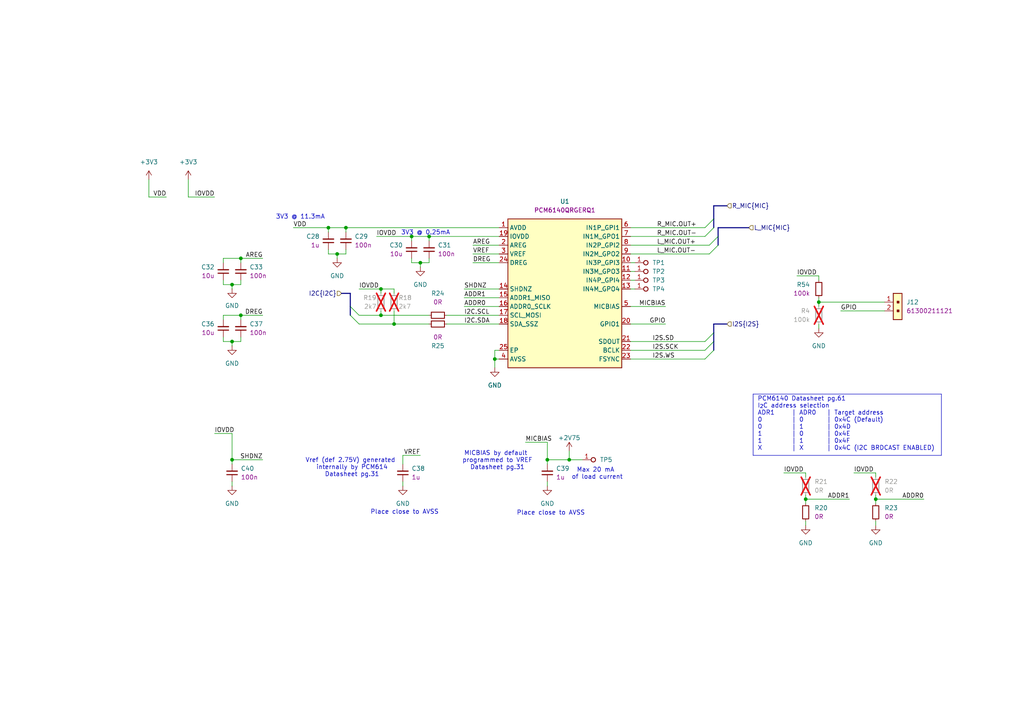
<source format=kicad_sch>
(kicad_sch (version 20231120) (generator "eeschema") (generator_version "8.0")
  (paper "A4")
  (title_block (title "audio-latency-processing-board") (date "2025-01-07") (rev "1.0.0"))
  (lib_symbols
    (symbol "antmicroCapacitors0402:C_100n_0402" (pin_numbers hide) (pin_names hide)
      (property "Reference" "C" (at 20.32 -5.08 0))
      (property "Val" "100n" (at 20.32 -7.62 0))
      (symbol "C_100n_0402_0_1"
        (polyline (pts (xy 2.032 -1.524) (xy 2.032 1.524)) (stroke (width 0.3048)))
        (polyline (pts (xy 3.048 -1.524) (xy 3.048 1.524)) (stroke (width 0.3302)))
      )
      (symbol "C_100n_0402_1_1"
        (pin passive line (at 0 0 0) (length 2.032) (name "~") (number "1"))
        (pin passive line (at 5.08 0 180) (length 2.032) (name "~") (number "2"))
      )
    )
    (symbol "antmicroCapacitors0402:C_10u_10V_0402" (pin_numbers hide) (pin_names hide)
      (property "Reference" "C" (at 20.32 -5.08 0))
      (property "Val" "10u" (at 20.32 -7.62 0))
      (symbol "C_10u_10V_0402_0_1"
        (polyline (pts (xy 2.032 -1.524) (xy 2.032 1.524)) (stroke (width 0.3048)))
        (polyline (pts (xy 3.048 -1.524) (xy 3.048 1.524)) (stroke (width 0.3302)))
      )
      (symbol "C_10u_10V_0402_1_1"
        (pin passive line (at 0 0 0) (length 2.032) (name "~") (number "1"))
        (pin passive line (at 5.08 0 180) (length 2.032) (name "~") (number "2"))
      )
    )
    (symbol "antmicroCapacitors0402:C_1u_0402" (pin_numbers hide) (pin_names hide)
      (property "Reference" "C" (at 20.32 -5.08 0))
      (property "Val" "1u" (at 20.32 -7.62 0))
      (symbol "C_1u_0402_0_1"
        (polyline (pts (xy 2.032 -1.524) (xy 2.032 1.524)) (stroke (width 0.3048)))
        (polyline (pts (xy 3.048 -1.524) (xy 3.048 1.524)) (stroke (width 0.3302)))
      )
      (symbol "C_1u_0402_1_1"
        (pin passive line (at 0 0 0) (length 2.032) (name "~") (number "1"))
        (pin passive line (at 5.08 0 180) (length 2.032) (name "~") (number "2"))
      )
    )
    (symbol "antmicroDataAcquisitionAnalogtoDigitalConvertersADC:PCM6140-Q1"
      (property "Reference" "U" (at 53.34 -2.54 0))
      (property "MPN" "PCM6140QRGERQ1" (at 53.34 -5.08 0))
      (symbol "PCM6140-Q1_1_1"
        (rectangle (start 2.54 2.54) (end 35.56 -40.64) (stroke (width 0.254)) (fill (type background)))
        (pin power_in line (at 0 0 0) (length 2.54) (name "AVDD") (number "1"))
        (pin bidirectional line (at 38.1 -10.16 180) (length 2.54) (name "IN3P_GPI3") (number "10"))
        (pin bidirectional line (at 38.1 -12.7 180) (length 2.54) (name "IN3M_GPO3") (number "11"))
        (pin bidirectional line (at 38.1 -15.24 180) (length 2.54) (name "IN4P_GPI4") (number "12"))
        (pin bidirectional line (at 38.1 -17.78 180) (length 2.54) (name "IN4M_GPO4") (number "13"))
        (pin input line (at 0 -17.78 0) (length 2.54) (name "SHDNZ") (number "14"))
        (pin bidirectional line (at 0 -20.32 0) (length 2.54) (name "ADDR1_MISO") (number "15"))
        (pin input line (at 0 -22.86 0) (length 2.54) (name "ADDR0_SCLK") (number "16"))
        (pin input line (at 0 -25.4 0) (length 2.54) (name "SCL_MOSI") (number "17"))
        (pin bidirectional line (at 0 -27.94 0) (length 2.54) (name "SDA_SSZ") (number "18"))
        (pin power_in line (at 0 -2.54 0) (length 2.54) (name "IOVDD") (number "19"))
        (pin power_in line (at 0 -5.08 0) (length 2.54) (name "AREG") (number "2"))
        (pin bidirectional line (at 38.1 -27.94 180) (length 2.54) (name "GPIO1") (number "20"))
        (pin output line (at 38.1 -33.02 180) (length 2.54) (name "SDOUT") (number "21"))
        (pin bidirectional line (at 38.1 -35.56 180) (length 2.54) (name "BCLK") (number "22"))
        (pin bidirectional line (at 38.1 -38.1 180) (length 2.54) (name "FSYNC") (number "23"))
        (pin power_out line (at 0 -10.16 0) (length 2.54) (name "DREG") (number "24"))
        (pin power_in line (at 0 -35.56 0) (length 2.54) (name "EP") (number "25"))
        (pin power_out line (at 0 -7.62 0) (length 2.54) (name "VREF") (number "3"))
        (pin power_in line (at 0 -38.1 0) (length 2.54) (name "AVSS") (number "4"))
        (pin output line (at 38.1 -22.86 180) (length 2.54) (name "MICBIAS") (number "5"))
        (pin bidirectional line (at 38.1 0 180) (length 2.54) (name "IN1P_GPI1") (number "6"))
        (pin bidirectional line (at 38.1 -2.54 180) (length 2.54) (name "IN1M_GPO1") (number "7"))
        (pin bidirectional line (at 38.1 -5.08 180) (length 2.54) (name "IN2P_GPI2") (number "8"))
        (pin bidirectional line (at 38.1 -7.62 180) (length 2.54) (name "IN2M_GPO2") (number "9"))
        (pin passive line (at 0 -38.1 0) (length 2.54) hide (name "AVSS") (number "A1"))
        (pin passive line (at 0 -38.1 0) (length 2.54) hide (name "AVSS") (number "A2"))
        (pin passive line (at 0 -38.1 0) (length 2.54) hide (name "AVSS") (number "A3"))
        (pin passive line (at 0 -38.1 0) (length 2.54) hide (name "AVSS") (number "A4"))
      )
    )
    (symbol "antmicroGenericPinHeaders:PinHeader_1x2_P2.54mm_Drill1.1mm"
      (property "Reference" "J" (at 20.32 -5.08 0))
      (property "MPN" "61300211121" (at 20.32 -15.24 0))
      (symbol "PinHeader_1x2_P2.54mm_Drill1.1mm_1_1"
        (rectangle (start 2.54 2.54) (end 5.08 -5.08) (stroke (width 0.254)) (fill (type background)))
        (rectangle (start 3.683 -2.794) (end 4.191 -2.286) (stroke (width 0.254)) (fill (type outline)))
        (rectangle (start 3.683 -0.254) (end 4.191 0.254) (stroke (width 0.254)) (fill (type outline)))
        (pin passive line (at 0 0 0) (length 2.54) (name "~") (number "1"))
        (pin passive line (at 0 -2.54 0) (length 2.54) (name "~") (number "2"))
      )
    )
    (symbol "antmicroResistors0402:R_0R_0402" (pin_numbers hide) (pin_names hide)
      (property "Reference" "R" (at 20.32 -5.08 0))
      (property "Val" "0R" (at 20.32 -7.62 0))
      (symbol "R_0R_0402_0_1"
        (rectangle (start 0.635 0.889) (end 4.445 -0.889) (stroke (width 0.254)))
      )
      (symbol "R_0R_0402_1_1"
        (pin passive line (at 0 0 0) (length 0.635) (name "~") (number "1"))
        (pin passive line (at 5.08 0 180) (length 0.635) (name "~") (number "2"))
      )
    )
    (symbol "antmicroResistors0402:R_100k_0402" (pin_numbers hide) (pin_names hide)
      (property "Reference" "R" (at 20.32 -5.08 0))
      (property "Val" "100k" (at 20.32 -7.62 0))
      (symbol "R_100k_0402_0_1"
        (rectangle (start 0.635 0.889) (end 4.445 -0.889) (stroke (width 0.254)))
      )
      (symbol "R_100k_0402_1_1"
        (pin passive line (at 0 0 0) (length 0.635) (name "~") (number "1"))
        (pin passive line (at 5.08 0 180) (length 0.635) (name "~") (number "2"))
      )
    )
    (symbol "antmicroResistors0402:R_2k7_0402" (pin_numbers hide) (pin_names hide)
      (property "Reference" "R" (at 20.32 -5.08 0))
      (property "Val" "2k7" (at 20.32 -7.62 0))
      (symbol "R_2k7_0402_0_1"
        (rectangle (start 0.635 0.889) (end 4.445 -0.889) (stroke (width 0.254)))
      )
      (symbol "R_2k7_0402_1_1"
        (pin passive line (at 0 0 0) (length 0.635) (name "~") (number "1"))
        (pin passive line (at 5.08 0 180) (length 0.635) (name "~") (number "2"))
      )
    )
    (symbol "antmicroTestPoints:TP_1.5mm_SMD" (pin_names hide) (in_bom no)
      (property "Reference" "TP" (at 15.24 -5.08 0))
      (symbol "TP_1.5mm_SMD_1_1"
        (circle (center 3.175 0) (radius 0.635) (stroke (width 0.254)))
        (pin passive line (at 0 0 0) (length 2.54) (name "1") (number "1"))
      )
    )
    (symbol "antmicropower:+2V75" (power) (pin_names (offset 0))
      (property "Value" "+2V75" (at 0 3.556 0))
      (symbol "+2V75_0_1"
        (polyline (pts (xy -0.762 1.27) (xy 0 2.54)))
        (polyline (pts (xy 0 0) (xy 0 2.54)))
        (polyline (pts (xy 0 2.54) (xy 0.762 1.27)))
      )
      (symbol "+2V75_1_1"
        (pin power_in line (at 0 0 90) (length 0) hide (name "+2V75") (number "1"))
      )
    )
    (symbol "antmicropower:+3V3" (power) (pin_numbers hide) (pin_names hide)
      (property "Value" "+3V3" (at -3.175 2.54 0))
      (symbol "+3V3_0_1"
        (polyline (pts (xy 0 0) (xy 0 2.54)))
        (polyline (pts (xy 0 2.54) (xy -0.762 1.27)))
        (polyline (pts (xy 0 2.54) (xy 0.762 1.27)))
      )
      (symbol "+3V3_1_1"
        (pin power_in line (at 0 0 90) (length 0) hide (name "+3V3") (number "1"))
      )
    )
    (symbol "antmicropower:GND" (power) (pin_numbers hide) (pin_names hide)
      (property "Value" "GND" (at 8.89 -5.08 0))
      (symbol "GND_1_1"
        (polyline (pts (xy 0 0) (xy 0 -1.27) (xy 1.27 -1.27) (xy 0 -2.54) (xy -1.27 -1.27) (xy 0 -1.27)))
        (pin power_in line (at 0 0 270) (length 0) (name "GND") (number "1"))
      )
    )
  )
  (bus_alias "I2C" (members "SDA" "SCL"))
  (junction (at 67.31 82.55))
  (junction (at 97.79 73.66))
  (junction (at 121.92 76.2))
  (junction (at 67.31 99.06))
  (junction (at 143.51 104.14))
  (junction (at 114.3 93.98))
  (junction (at 124.46 68.58))
  (junction (at 69.85 74.93))
  (junction (at 110.49 91.44))
  (junction (at 67.31 133.35))
  (junction (at 69.85 91.44))
  (junction (at 233.68 144.78))
  (junction (at 254 144.78))
  (junction (at 100.33 66.04))
  (junction (at 237.49 87.63))
  (junction (at 119.38 68.58))
  (junction (at 95.25 66.04))
  (junction (at 110.49 83.82))
  (junction (at 165.1 133.35))
  (junction (at 158.75 133.35))
  (bus_entry (at 207.01 66.04) (size -2.54 2.54))
  (bus_entry (at 207.01 101.6) (size -2.54 2.54))
  (bus_entry (at 208.28 68.58) (size -2.54 2.54))
  (bus_entry (at 207.01 96.52) (size -2.54 2.54))
  (bus_entry (at 207.01 99.06) (size -2.54 2.54))
  (bus_entry (at 208.28 71.12) (size -2.54 2.54))
  (bus_entry (at 101.6 88.9) (size 2.54 2.54))
  (bus_entry (at 207.01 63.5) (size -2.54 2.54))
  (bus_entry (at 101.6 91.44) (size 2.54 2.54))
  (wire (pts (xy 104.14 91.44) (xy 110.49 91.44)))
  (wire (pts (xy 69.85 74.93) (xy 69.85 76.2)))
  (wire (pts (xy 144.78 101.6) (xy 143.51 101.6)))
  (wire (pts (xy 182.88 71.12) (xy 205.74 71.12)))
  (wire (pts (xy 95.25 73.66) (xy 97.79 73.66)))
  (wire (pts (xy 67.31 125.73) (xy 67.31 133.35)))
  (wire (pts (xy 134.62 86.36) (xy 144.78 86.36)))
  (wire (pts (xy 100.33 72.39) (xy 100.33 73.66)))
  (wire (pts (xy 69.85 91.44) (xy 64.77 91.44)))
  (bus (pts (xy 207.01 99.06) (xy 207.01 101.6)))
  (wire (pts (xy 124.46 74.93) (xy 124.46 76.2)))
  (wire (pts (xy 54.61 57.15) (xy 62.23 57.15)))
  (wire (pts (xy 237.49 80.01) (xy 237.49 81.28)))
  (bus (pts (xy 207.01 93.98) (xy 207.01 96.52)))
  (wire (pts (xy 67.31 82.55) (xy 69.85 82.55)))
  (wire (pts (xy 67.31 133.35) (xy 67.31 134.62)))
  (bus (pts (xy 217.17 66.04) (xy 208.28 66.04)))
  (wire (pts (xy 137.16 76.2) (xy 144.78 76.2)))
  (wire (pts (xy 69.85 97.79) (xy 69.85 99.06)))
  (wire (pts (xy 119.38 68.58) (xy 124.46 68.58)))
  (wire (pts (xy 110.49 83.82) (xy 110.49 85.09)))
  (wire (pts (xy 233.68 144.78) (xy 246.38 144.78)))
  (wire (pts (xy 129.54 91.44) (xy 144.78 91.44)))
  (wire (pts (xy 182.88 68.58) (xy 204.47 68.58)))
  (wire (pts (xy 158.75 133.35) (xy 165.1 133.35)))
  (wire (pts (xy 110.49 83.82) (xy 114.3 83.82)))
  (wire (pts (xy 114.3 90.17) (xy 114.3 93.98)))
  (wire (pts (xy 95.25 66.04) (xy 95.25 67.31)))
  (wire (pts (xy 247.65 137.16) (xy 254 137.16)))
  (wire (pts (xy 231.14 80.01) (xy 237.49 80.01)))
  (wire (pts (xy 67.31 100.33) (xy 67.31 99.06)))
  (wire (pts (xy 254 146.05) (xy 254 144.78)))
  (wire (pts (xy 165.1 130.81) (xy 165.1 133.35)))
  (wire (pts (xy 182.88 101.6) (xy 204.47 101.6)))
  (wire (pts (xy 237.49 87.63) (xy 256.54 87.63)))
  (wire (pts (xy 182.88 78.74) (xy 184.15 78.74)))
  (wire (pts (xy 62.23 125.73) (xy 67.31 125.73)))
  (wire (pts (xy 233.68 143.51) (xy 233.68 144.78)))
  (wire (pts (xy 182.88 83.82) (xy 184.15 83.82)))
  (polyline (pts (xy 218.44 114.3) (xy 218.44 132.08)))
  (wire (pts (xy 165.1 133.35) (xy 168.91 133.35)))
  (wire (pts (xy 43.18 57.15) (xy 48.26 57.15)))
  (wire (pts (xy 64.77 74.93) (xy 64.77 76.2)))
  (wire (pts (xy 182.88 99.06) (xy 204.47 99.06)))
  (bus (pts (xy 208.28 68.58) (xy 208.28 71.12)))
  (wire (pts (xy 158.75 133.35) (xy 158.75 134.62)))
  (wire (pts (xy 182.88 73.66) (xy 205.74 73.66)))
  (wire (pts (xy 182.88 81.28) (xy 184.15 81.28)))
  (wire (pts (xy 116.84 132.08) (xy 121.92 132.08)))
  (wire (pts (xy 109.22 68.58) (xy 119.38 68.58)))
  (wire (pts (xy 124.46 68.58) (xy 144.78 68.58)))
  (wire (pts (xy 64.77 99.06) (xy 67.31 99.06)))
  (wire (pts (xy 97.79 74.93) (xy 97.79 73.66)))
  (wire (pts (xy 104.14 93.98) (xy 114.3 93.98)))
  (wire (pts (xy 137.16 71.12) (xy 144.78 71.12)))
  (wire (pts (xy 100.33 66.04) (xy 100.33 67.31)))
  (wire (pts (xy 43.18 52.07) (xy 43.18 57.15)))
  (wire (pts (xy 95.25 66.04) (xy 100.33 66.04)))
  (wire (pts (xy 69.85 81.28) (xy 69.85 82.55)))
  (wire (pts (xy 143.51 106.68) (xy 143.51 104.14)))
  (wire (pts (xy 233.68 137.16) (xy 233.68 138.43)))
  (bus (pts (xy 207.01 96.52) (xy 207.01 99.06)))
  (wire (pts (xy 67.31 83.82) (xy 67.31 82.55)))
  (wire (pts (xy 85.09 66.04) (xy 95.25 66.04)))
  (wire (pts (xy 143.51 101.6) (xy 143.51 104.14)))
  (wire (pts (xy 182.88 66.04) (xy 204.47 66.04)))
  (wire (pts (xy 64.77 97.79) (xy 64.77 99.06)))
  (wire (pts (xy 237.49 93.98) (xy 237.49 95.25)))
  (wire (pts (xy 97.79 73.66) (xy 100.33 73.66)))
  (wire (pts (xy 182.88 76.2) (xy 184.15 76.2)))
  (wire (pts (xy 254 137.16) (xy 254 138.43)))
  (wire (pts (xy 69.85 91.44) (xy 76.2 91.44)))
  (wire (pts (xy 182.88 93.98) (xy 193.04 93.98)))
  (wire (pts (xy 182.88 104.14) (xy 204.47 104.14)))
  (wire (pts (xy 233.68 146.05) (xy 233.68 144.78)))
  (wire (pts (xy 116.84 134.62) (xy 116.84 132.08)))
  (wire (pts (xy 134.62 88.9) (xy 144.78 88.9)))
  (wire (pts (xy 64.77 81.28) (xy 64.77 82.55)))
  (wire (pts (xy 254 144.78) (xy 267.97 144.78)))
  (polyline (pts (xy 218.44 114.3) (xy 273.05 114.3)))
  (wire (pts (xy 237.49 86.36) (xy 237.49 87.63)))
  (wire (pts (xy 119.38 68.58) (xy 119.38 69.85)))
  (wire (pts (xy 64.77 82.55) (xy 67.31 82.55)))
  (wire (pts (xy 254 151.13) (xy 254 152.4)))
  (wire (pts (xy 114.3 93.98) (xy 124.46 93.98)))
  (wire (pts (xy 129.54 93.98) (xy 144.78 93.98)))
  (bus (pts (xy 207.01 59.69) (xy 207.01 63.5)))
  (bus (pts (xy 210.82 93.98) (xy 207.01 93.98)))
  (wire (pts (xy 69.85 91.44) (xy 69.85 92.71)))
  (wire (pts (xy 110.49 91.44) (xy 124.46 91.44)))
  (bus (pts (xy 101.6 88.9) (xy 101.6 91.44)))
  (bus (pts (xy 101.6 85.09) (xy 101.6 88.9)))
  (wire (pts (xy 158.75 139.7) (xy 158.75 140.97)))
  (wire (pts (xy 67.31 139.7) (xy 67.31 140.97)))
  (wire (pts (xy 121.92 76.2) (xy 124.46 76.2)))
  (wire (pts (xy 233.68 151.13) (xy 233.68 152.4)))
  (wire (pts (xy 254 143.51) (xy 254 144.78)))
  (wire (pts (xy 134.62 83.82) (xy 144.78 83.82)))
  (bus (pts (xy 99.06 85.09) (xy 101.6 85.09)))
  (bus (pts (xy 208.28 66.04) (xy 208.28 68.58)))
  (wire (pts (xy 121.92 77.47) (xy 121.92 76.2)))
  (wire (pts (xy 67.31 99.06) (xy 69.85 99.06)))
  (wire (pts (xy 143.51 104.14) (xy 144.78 104.14)))
  (wire (pts (xy 76.2 133.35) (xy 67.31 133.35)))
  (bus (pts (xy 207.01 63.5) (xy 207.01 66.04)))
  (wire (pts (xy 119.38 74.93) (xy 119.38 76.2)))
  (polyline (pts (xy 273.05 114.3) (xy 273.05 132.08)))
  (wire (pts (xy 119.38 76.2) (xy 121.92 76.2)))
  (polyline (pts (xy 218.44 132.08) (xy 273.05 132.08)))
  (wire (pts (xy 69.85 74.93) (xy 76.2 74.93)))
  (wire (pts (xy 137.16 73.66) (xy 144.78 73.66)))
  (wire (pts (xy 182.88 88.9) (xy 193.04 88.9)))
  (wire (pts (xy 69.85 74.93) (xy 64.77 74.93)))
  (wire (pts (xy 54.61 52.07) (xy 54.61 57.15)))
  (wire (pts (xy 158.75 128.27) (xy 158.75 133.35)))
  (bus (pts (xy 210.82 59.69) (xy 207.01 59.69)))
  (wire (pts (xy 124.46 68.58) (xy 124.46 69.85)))
  (wire (pts (xy 104.14 83.82) (xy 110.49 83.82)))
  (wire (pts (xy 152.4 128.27) (xy 158.75 128.27)))
  (wire (pts (xy 114.3 83.82) (xy 114.3 85.09)))
  (wire (pts (xy 237.49 88.9) (xy 237.49 87.63)))
  (wire (pts (xy 95.25 72.39) (xy 95.25 73.66)))
  (wire (pts (xy 243.84 90.17) (xy 256.54 90.17)))
  (wire (pts (xy 64.77 91.44) (xy 64.77 92.71)))
  (wire (pts (xy 110.49 90.17) (xy 110.49 91.44)))
  (wire (pts (xy 116.84 139.7) (xy 116.84 140.97)))
  (wire (pts (xy 100.33 66.04) (xy 144.78 66.04)))
  (wire (pts (xy 227.33 137.16) (xy 233.68 137.16)))
  (text "3V3 @ 0.25mA" (at 123.444 67.564 0) (effects (font (size 1.27 1.27))))
  (text "3V3 @ 11.3mA" (at 87.122 62.992 0) (effects (font (size 1.27 1.27))))
  (text "PCM6140 Datasheet pg.61\nI_{2}C address selection\nADR1 	| ADR0 	| Target address\n0 		| 0		| 0x4C (Default)\n0 		| 1 	| 0x4D\n1 		| 0 	| 0x4E\n1 		| 1 	| 0x4F\nX		| X		| 0x4C (I2C BRDCAST ENABLED)" (at 219.71 130.81 0) (effects (font (size 1.27 1.27)) (justify left bottom)))
  (text "Vref (def 2.75V) generated \ninternally by PCM614\nDatasheet pg.31" (at 102.108 135.636 0) (effects (font (size 1.27 1.27))))
  (text "MICBIAS by default \nprogrammed to VREF\nDatasheet pg.31" (at 144.272 133.604 0) (effects (font (size 1.27 1.27))))
  (text "Max 20 mA \nof load current" (at 173.228 137.414 0) (effects (font (size 1.27 1.27))))
  (text "Place close to AVSS" (at 159.766 148.844 0) (effects (font (size 1.27 1.27))))
  (text "Place close to AVSS" (at 117.348 148.59 0) (effects (font (size 1.27 1.27))))
  (label "VREF" (at 137.16 73.66 0))
  (label "MICBIAS" (at 193.04 88.9 180))
  (label "MICBIAS" (at 152.4 128.27 0))
  (label "VDD" (at 85.09 66.04 0))
  (label "AREG" (at 137.16 71.12 0))
  (label "I2S.SD" (at 189.23 99.06 0))
  (label "GPIO" (at 243.84 90.17 0))
  (label "ADDR0" (at 134.62 88.9 0))
  (label "IOVDD" (at 227.33 137.16 0))
  (label "L_MIC.OUT+" (at 190.5 71.12 0))
  (label "SHDNZ" (at 76.2 133.35 180))
  (label "SHDNZ" (at 134.62 83.82 0))
  (label "L_MIC.OUT-" (at 190.5 73.66 0))
  (label "VDD" (at 48.26 57.15 180))
  (label "DREG" (at 76.2 91.44 180))
  (label "IOVDD" (at 62.23 57.15 180))
  (label "IOVDD" (at 231.14 80.01 0))
  (label "I2C.SCL" (at 134.62 91.44 0))
  (label "ADDR0" (at 267.97 144.78 180))
  (label "ADDR1" (at 246.38 144.78 180))
  (label "R_MIC.OUT-" (at 190.5 68.58 0))
  (label "IOVDD" (at 104.14 83.82 0))
  (label "VREF" (at 121.92 132.08 180))
  (label "AREG" (at 76.2 74.93 180))
  (label "IOVDD" (at 62.23 125.73 0))
  (label "I2S.SCK" (at 189.23 101.6 0))
  (label "IOVDD" (at 247.65 137.16 0))
  (label "R_MIC.OUT+" (at 190.5 66.04 0))
  (label "DREG" (at 137.16 76.2 0))
  (label "I2C.SDA" (at 134.62 93.98 0))
  (label "I2S.WS" (at 189.23 104.14 0))
  (label "IOVDD" (at 109.22 68.58 0))
  (label "GPIO" (at 193.04 93.98 180))
  (label "ADDR1" (at 134.62 86.36 0))
  (hierarchical_label "R_MIC{MIC}" (shape input) (at 210.82 59.69 0))
  (hierarchical_label "I2C{I2C}" (shape input) (at 99.06 85.09 180))
  (hierarchical_label "L_MIC{MIC}" (shape input) (at 217.17 66.04 0))
  (hierarchical_label "I2S{I2S}" (shape input) (at 210.82 93.98 0))
  (symbol (lib_id "antmicroCapacitors0402:C_10u_10V_0402") (at 119.38 74.93 90) (unit 1)
    (property "Reference" "C30" (at 116.84 71.1136 90) (effects (justify left)))
    (property "Value" "C_10u_10V_0402" (effects (hide yes)))
    (property "Footprint" "antmicro-footprints:C_0402_1005Metric" (effects (hide yes)))
    (property "Datasheet" "https://www.murata.com/products/productdetail?partno=GRM155R61A106ME11%23" (effects (hide yes)))
    (property "Description" "Multilayer Ceramic Capacitors MLCC - SMD/SMT 10 uF 10 VDC 20% 0402 X5R" (effects (hide yes)))
    (property "MPN" "GRM155R61A106ME11D" (effects (hide yes)))
    (property "Manufacturer" "Murata" (effects (hide yes)))
    (property "License" "Apache-2.0" (effects (hide yes)))
    (property "Author" "Antmicro" (effects (hide yes)))
    (property "Val" "10u" (at 116.84 73.6536 90) (effects (justify left)))
    (property "Voltage" "10V" (effects (hide yes)))
    (property "Dielectric" "X5R" (effects (hide yes)))
  )
  (symbol (lib_id "antmicroResistors0402:R_0R_0402") (at 124.46 93.98 0) (mirror x) (unit 1)
    (property "Reference" "R25" (at 127 100.33 0))
    (property "Value" "R_0R_0402" (effects (hide yes)))
    (property "Footprint" "antmicro-footprints:R_0402_1005Metric" (effects (hide yes)))
    (property "Datasheet" "https://industrial.panasonic.com/cdbs/www-data/pdf/RDA0000/AOA0000C301.pdf" (effects (hide yes)))
    (property "Description" "SMD Chip Resistor, Jumper, 0 ohm, 100 mW, 0402 [1005 Metric], Thick Film, General Purpose" (effects (hide yes)))
    (property "MPN" "ERJ2GE0R00X" (effects (hide yes)))
    (property "Manufacturer" "Panasonic" (effects (hide yes)))
    (property "License" "Apache-2.0" (effects (hide yes)))
    (property "Author" "Antmicro" (effects (hide yes)))
    (property "Val" "0R" (at 127 97.79 0))
    (property "Current" "1A" (effects (hide yes)))
  )
  (symbol (lib_id "antmicropower:GND") (at 254 152.4 0) (unit 1)
    (property "Reference" "#PWR044" (effects (hide yes)))
    (property "Value" "GND" (at 254 157.48 0))
    (property "Author" "Antmicro" (effects (hide yes)))
    (property "License" "Apache-2.0" (effects (hide yes)))
  )
  (symbol (lib_id "antmicropower:GND") (at 143.51 106.68 0) (unit 1)
    (property "Reference" "#PWR05" (effects (hide yes)))
    (property "Value" "GND" (at 143.51 111.76 0))
    (property "Author" "Antmicro" (effects (hide yes)))
    (property "License" "Apache-2.0" (effects (hide yes)))
  )
  (symbol (lib_id "antmicropower:GND") (at 237.49 95.25 0) (unit 1)
    (property "Reference" "#PWR0116" (effects (hide yes)))
    (property "Value" "GND" (at 237.49 100.33 0))
    (property "Author" "Antmicro" (effects (hide yes)))
    (property "License" "Apache-2.0" (effects (hide yes)))
  )
  (symbol (lib_id "antmicroCapacitors0402:C_10u_10V_0402") (at 64.77 81.28 270) (mirror x) (unit 1)
    (property "Reference" "C32" (at 62.23 77.4636 90) (effects (justify right)))
    (property "Value" "C_10u_10V_0402" (effects (hide yes)))
    (property "Footprint" "antmicro-footprints:C_0402_1005Metric" (effects (hide yes)))
    (property "Datasheet" "https://www.murata.com/products/productdetail?partno=GRM155R61A106ME11%23" (effects (hide yes)))
    (property "Description" "Multilayer Ceramic Capacitors MLCC - SMD/SMT 10 uF 10 VDC 20% 0402 X5R" (effects (hide yes)))
    (property "MPN" "GRM155R61A106ME11D" (effects (hide yes)))
    (property "Manufacturer" "Murata" (effects (hide yes)))
    (property "License" "Apache-2.0" (effects (hide yes)))
    (property "Author" "Antmicro" (effects (hide yes)))
    (property "Val" "10u" (at 62.23 80.0036 90) (effects (justify right)))
    (property "Voltage" "10V" (effects (hide yes)))
    (property "Dielectric" "X5R" (effects (hide yes)))
  )
  (symbol (lib_id "antmicroResistors0402:R_2k7_0402") (at 114.3 90.17 90) (unit 1) (dnp yes)
    (property "Reference" "R18" (at 115.57 86.36 90) (effects (justify right)))
    (property "Value" "R_2k7_0402" (effects (hide yes)))
    (property "Footprint" "antmicro-footprints:R_0402_1005Metric" (effects (hide yes)))
    (property "Datasheet" "https://www.bourns.com/docs/product-datasheets/cr.pdf" (effects (hide yes)))
    (property "Description" "SMD Chip Resistor, 2.7 kohm, ± 1%, 63 mW, 0402 [1005 Metric], Thick Film, General Purpose" (effects (hide yes)))
    (property "MPN" "CR0402-FX-2701GLF" (effects (hide yes)))
    (property "Manufacturer" "Bourns" (effects (hide yes)))
    (property "License" "Apache-2.0" (effects (hide yes)))
    (property "Author" "Antmicro" (effects (hide yes)))
    (property "Val" "2k7" (at 115.57 88.9 90) (effects (justify right)))
    (property "Tolerance" "1%" (effects (hide yes)))
  )
  (symbol (lib_id "antmicroCapacitors0402:C_1u_0402") (at 158.75 139.7 90) (unit 1)
    (property "Reference" "C39" (at 161.29 135.8836 90) (effects (justify right)))
    (property "Value" "C_1u_0402" (effects (hide yes)))
    (property "Footprint" "antmicro-footprints:C_0402_1005Metric" (effects (hide yes)))
    (property "Datasheet" "https://product.tdk.com/en/search/capacitor/ceramic/mlcc/info?part_no=C1005X6S1A105K050BC" (effects (hide yes)))
    (property "Description" "SMD Multilayer Ceramic Capacitor, 1 µF, 10 V, 0402 [1005 Metric], ± 10%, X6S, C" (effects (hide yes)))
    (property "MPN" "C1005X6S1A105K050BC" (effects (hide yes)))
    (property "Manufacturer" "TDK" (effects (hide yes)))
    (property "License" "Apache-2.0" (effects (hide yes)))
    (property "Author" "Antmicro" (effects (hide yes)))
    (property "Val" "1u" (at 161.29 138.4236 90) (effects (justify right)))
  )
  (symbol (lib_id "antmicroTestPoints:TP_1.5mm_SMD") (at 184.15 76.2 0) (unit 1) (in_bom no)
    (property "Reference" "TP1" (at 189.23 76.2 0) (effects (justify left)))
    (property "Value" "TP_1.5mm_SMD" (effects (hide yes)))
    (property "Footprint" "antmicro-footprints:TP_SMD_1.5mm" (effects (hide yes)))
    (property "Description" "test point, SMT" (effects (hide yes)))
    (property "Author" "Antmicro" (effects (hide yes)))
    (property "License" "Apache-2.0" (effects (hide yes)))
  )
  (symbol (lib_id "antmicroResistors0402:R_100k_0402") (at 237.49 93.98 270) (mirror x) (unit 1) (dnp yes)
    (property "Reference" "R4" (at 234.95 90.17 90) (effects (justify right)))
    (property "Value" "R_100k_0402" (effects (hide yes)))
    (property "Footprint" "antmicro-footprints:R_0402_1005Metric" (effects (hide yes)))
    (property "Datasheet" "https://www.bourns.com/docs/product-datasheets/cr.pdf" (effects (hide yes)))
    (property "Description" "SMD Chip Resistor, 100 kohm, ± 1%, 62.5 mW, 0402 [1005 Metric], Thick Film, General Purpose" (effects (hide yes)))
    (property "MPN" "CR0402-FX-1003GLF" (effects (hide yes)))
    (property "Manufacturer" "Bourns" (effects (hide yes)))
    (property "License" "Apache-2.0" (effects (hide yes)))
    (property "Author" "Antmicro" (effects (hide yes)))
    (property "Val" "100k" (at 234.95 92.71 90) (effects (justify right)))
    (property "Tolerance" "1%" (effects (hide yes)))
  )
  (symbol (lib_id "antmicroCapacitors0402:C_1u_0402") (at 95.25 72.39 270) (mirror x) (unit 1)
    (property "Reference" "C28" (at 92.71 68.5736 90) (effects (justify right)))
    (property "Value" "C_1u_0402" (effects (hide yes)))
    (property "Footprint" "antmicro-footprints:C_0402_1005Metric" (effects (hide yes)))
    (property "Datasheet" "https://product.tdk.com/en/search/capacitor/ceramic/mlcc/info?part_no=C1005X6S1A105K050BC" (effects (hide yes)))
    (property "Description" "SMD Multilayer Ceramic Capacitor, 1 µF, 10 V, 0402 [1005 Metric], ± 10%, X6S, C" (effects (hide yes)))
    (property "MPN" "C1005X6S1A105K050BC" (effects (hide yes)))
    (property "Manufacturer" "TDK" (effects (hide yes)))
    (property "License" "Apache-2.0" (effects (hide yes)))
    (property "Author" "Antmicro" (effects (hide yes)))
    (property "Val" "1u" (at 92.71 71.1136 90) (effects (justify right)))
  )
  (symbol (lib_id "antmicroResistors0402:R_0R_0402") (at 233.68 151.13 90) (unit 1)
    (property "Reference" "R20" (at 236.22 147.32 90) (effects (justify right)))
    (property "Value" "R_0R_0402" (effects (hide yes)))
    (property "Footprint" "antmicro-footprints:R_0402_1005Metric" (effects (hide yes)))
    (property "Datasheet" "https://industrial.panasonic.com/cdbs/www-data/pdf/RDA0000/AOA0000C301.pdf" (effects (hide yes)))
    (property "Description" "SMD Chip Resistor, Jumper, 0 ohm, 100 mW, 0402 [1005 Metric], Thick Film, General Purpose" (effects (hide yes)))
    (property "MPN" "ERJ2GE0R00X" (effects (hide yes)))
    (property "Manufacturer" "Panasonic" (effects (hide yes)))
    (property "License" "Apache-2.0" (effects (hide yes)))
    (property "Author" "Antmicro" (effects (hide yes)))
    (property "Val" "0R" (at 236.22 149.86 90) (effects (justify right)))
    (property "Current" "1A" (effects (hide yes)))
  )
  (symbol (lib_id "antmicroDataAcquisitionAnalogtoDigitalConvertersADC:PCM6140-Q1") (at 144.78 66.04 0) (unit 1)
    (property "Reference" "U1" (at 163.83 58.42 0))
    (property "Value" "PCM6140-Q1" (effects (hide yes)))
    (property "Footprint" "antmicro-footprints:VQFN-24-1EP_4x4x1mm_P0.5mm_EP2.1x2.1mm" (effects (hide yes)))
    (property "Datasheet" "https://www.ti.com/lit/ds/symlink/pcm6140-q1.pdf?ts=1735826261657&ref_url=https%253A%252F%252Fwww.ti.com%252Fproduct%252FPCM6140-Q1" (effects (hide yes)))
    (property "Description" "Automotive, quad-channel 768-kHz audio converter (ADC), 122-dB SNR, VQFN24" (effects (hide yes)))
    (property "MPN" "PCM6140QRGERQ1" (at 163.83 60.96 0))
    (property "Manufacturer" "Texas Instruments" (effects (hide yes)))
    (property "License" "Apache-2.0" (effects (hide yes)))
    (property "Author" "Antmicro" (effects (hide yes)))
  )
  (symbol (lib_id "antmicroCapacitors0402:C_100n_0402") (at 100.33 72.39 90) (unit 1)
    (property "Reference" "C29" (at 102.87 68.5736 90) (effects (justify right)))
    (property "Value" "C_100n_0402" (effects (hide yes)))
    (property "Footprint" "antmicro-footprints:C_0402_1005Metric" (effects (hide yes)))
    (property "Datasheet" "https://www.murata.com/products/productdetail?partno=GRM155R61H104KE14%23" (effects (hide yes)))
    (property "Description" "SMD Multilayer Ceramic Capacitor, 0.1 µF, 50 V, 0402 [1005 Metric], ± 10%, X5R, GRM Series" (effects (hide yes)))
    (property "MPN" "GRM155R61H104KE14D" (effects (hide yes)))
    (property "Manufacturer" "Murata" (effects (hide yes)))
    (property "License" "Apache-2.0" (effects (hide yes)))
    (property "Author" "Antmicro" (effects (hide yes)))
    (property "Val" "100n" (at 102.87 71.1136 90) (effects (justify right)))
    (property "Voltage" "50V" (effects (hide yes)))
    (property "Dielectric" "X5R" (effects (hide yes)))
  )
  (symbol (lib_id "antmicroCapacitors0402:C_100n_0402") (at 69.85 97.79 90) (unit 1)
    (property "Reference" "C37" (at 72.39 93.9736 90) (effects (justify right)))
    (property "Value" "C_100n_0402" (effects (hide yes)))
    (property "Footprint" "antmicro-footprints:C_0402_1005Metric" (effects (hide yes)))
    (property "Datasheet" "https://www.murata.com/products/productdetail?partno=GRM155R61H104KE14%23" (effects (hide yes)))
    (property "Description" "SMD Multilayer Ceramic Capacitor, 0.1 µF, 50 V, 0402 [1005 Metric], ± 10%, X5R, GRM Series" (effects (hide yes)))
    (property "MPN" "GRM155R61H104KE14D" (effects (hide yes)))
    (property "Manufacturer" "Murata" (effects (hide yes)))
    (property "License" "Apache-2.0" (effects (hide yes)))
    (property "Author" "Antmicro" (effects (hide yes)))
    (property "Val" "100n" (at 72.39 96.5136 90) (effects (justify right)))
    (property "Voltage" "50V" (effects (hide yes)))
    (property "Dielectric" "X5R" (effects (hide yes)))
  )
  (symbol (lib_id "antmicropower:GND") (at 233.68 152.4 0) (unit 1)
    (property "Reference" "#PWR043" (effects (hide yes)))
    (property "Value" "GND" (at 233.68 157.48 0))
    (property "Author" "Antmicro" (effects (hide yes)))
    (property "License" "Apache-2.0" (effects (hide yes)))
  )
  (symbol (lib_id "antmicropower:+3V3") (at 54.61 52.07 0) (unit 1)
    (property "Reference" "#PWR080" (effects (hide yes)))
    (property "Value" "+3V3" (at 54.61 46.99 0))
    (property "Author" "Antmicro" (effects (hide yes)))
    (property "License" "Apache-2.0" (effects (hide yes)))
  )
  (symbol (lib_id "antmicroGenericPinHeaders:PinHeader_1x2_P2.54mm_Drill1.1mm") (at 256.54 87.63 0) (unit 1)
    (property "Reference" "J12" (at 262.89 87.63 0) (effects (justify left)))
    (property "Value" "PinHeader_1x2_P2.54mm_Drill1.1mm" (effects (hide yes)))
    (property "Footprint" "antmicro-footprints:PinHeader_1x2_P2.54_Drill1.1mm" (effects (hide yes)))
    (property "Datasheet" "https://katalog.we-online.de/em/datasheet/6130xx11121.pdf" (effects (hide yes)))
    (property "Description" "Pin Header, Vertical, Board-to-Board, 2.54 mm, 1 Rows, 2 Contacts, Through Hole Straight, WR-PHD" (effects (hide yes)))
    (property "MPN" "61300211121" (at 262.89 90.17 0) (effects (justify left)))
    (property "Manufacturer" "Würth Elektronik" (effects (hide yes)))
    (property "Author" "Antmicro" (effects (hide yes)))
    (property "License" "Apache-2.0" (effects (hide yes)))
  )
  (symbol (lib_id "antmicropower:GND") (at 116.84 140.97 0) (unit 1)
    (property "Reference" "#PWR054" (effects (hide yes)))
    (property "Value" "GND" (at 116.84 146.05 0))
    (property "Author" "Antmicro" (effects (hide yes)))
    (property "License" "Apache-2.0" (effects (hide yes)))
  )
  (symbol (lib_id "antmicropower:GND") (at 121.92 77.47 0) (unit 1)
    (property "Reference" "#PWR04" (effects (hide yes)))
    (property "Value" "GND" (at 121.92 82.55 0))
    (property "Author" "Antmicro" (effects (hide yes)))
    (property "License" "Apache-2.0" (effects (hide yes)))
  )
  (symbol (lib_id "antmicroResistors0402:R_2k7_0402") (at 110.49 90.17 270) (mirror x) (unit 1) (dnp yes)
    (property "Reference" "R19" (at 109.22 86.36 90) (effects (justify right)))
    (property "Value" "R_2k7_0402" (effects (hide yes)))
    (property "Footprint" "antmicro-footprints:R_0402_1005Metric" (effects (hide yes)))
    (property "Datasheet" "https://www.bourns.com/docs/product-datasheets/cr.pdf" (effects (hide yes)))
    (property "Description" "SMD Chip Resistor, 2.7 kohm, ± 1%, 63 mW, 0402 [1005 Metric], Thick Film, General Purpose" (effects (hide yes)))
    (property "MPN" "CR0402-FX-2701GLF" (effects (hide yes)))
    (property "Manufacturer" "Bourns" (effects (hide yes)))
    (property "License" "Apache-2.0" (effects (hide yes)))
    (property "Author" "Antmicro" (effects (hide yes)))
    (property "Val" "2k7" (at 109.22 88.9 90) (effects (justify right)))
    (property "Tolerance" "1%" (effects (hide yes)))
  )
  (symbol (lib_id "antmicropower:+2V75") (at 165.1 130.81 0) (unit 1)
    (property "Reference" "#PWR058" (effects (hide yes)))
    (property "Value" "+2V75" (at 165.1 127 0))
  )
  (symbol (lib_id "antmicropower:GND") (at 67.31 100.33 0) (unit 1)
    (property "Reference" "#PWR02" (effects (hide yes)))
    (property "Value" "GND" (at 67.31 105.41 0))
    (property "Author" "Antmicro" (effects (hide yes)))
    (property "License" "Apache-2.0" (effects (hide yes)))
  )
  (symbol (lib_id "antmicropower:+3V3") (at 43.18 52.07 0) (unit 1)
    (property "Reference" "#PWR079" (effects (hide yes)))
    (property "Value" "+3V3" (at 43.18 46.99 0))
    (property "Author" "Antmicro" (effects (hide yes)))
    (property "License" "Apache-2.0" (effects (hide yes)))
  )
  (symbol (lib_id "antmicropower:GND") (at 67.31 83.82 0) (unit 1)
    (property "Reference" "#PWR042" (effects (hide yes)))
    (property "Value" "GND" (at 65.278 88.646 0) (effects (justify left)))
    (property "Author" "Antmicro" (effects (hide yes)))
    (property "License" "Apache-2.0" (effects (hide yes)))
  )
  (symbol (lib_id "antmicropower:GND") (at 97.79 74.93 0) (unit 1)
    (property "Reference" "#PWR03" (effects (hide yes)))
    (property "Value" "GND" (at 97.79 80.01 0))
    (property "Author" "Antmicro" (effects (hide yes)))
    (property "License" "Apache-2.0" (effects (hide yes)))
  )
  (symbol (lib_id "antmicroTestPoints:TP_1.5mm_SMD") (at 184.15 81.28 0) (unit 1) (in_bom no)
    (property "Reference" "TP3" (at 189.23 81.28 0) (effects (justify left)))
    (property "Value" "TP_1.5mm_SMD" (effects (hide yes)))
    (property "Footprint" "antmicro-footprints:TP_SMD_1.5mm" (effects (hide yes)))
    (property "Description" "test point, SMT" (effects (hide yes)))
    (property "Author" "Antmicro" (effects (hide yes)))
    (property "License" "Apache-2.0" (effects (hide yes)))
  )
  (symbol (lib_id "antmicropower:GND") (at 158.75 140.97 0) (unit 1)
    (property "Reference" "#PWR055" (effects (hide yes)))
    (property "Value" "GND" (at 158.75 146.05 0))
    (property "Author" "Antmicro" (effects (hide yes)))
    (property "License" "Apache-2.0" (effects (hide yes)))
  )
  (symbol (lib_id "antmicroResistors0402:R_0R_0402") (at 124.46 91.44 0) (unit 1)
    (property "Reference" "R24" (at 127 85.09 0))
    (property "Value" "R_0R_0402" (effects (hide yes)))
    (property "Footprint" "antmicro-footprints:R_0402_1005Metric" (effects (hide yes)))
    (property "Datasheet" "https://industrial.panasonic.com/cdbs/www-data/pdf/RDA0000/AOA0000C301.pdf" (effects (hide yes)))
    (property "Description" "SMD Chip Resistor, Jumper, 0 ohm, 100 mW, 0402 [1005 Metric], Thick Film, General Purpose" (effects (hide yes)))
    (property "MPN" "ERJ2GE0R00X" (effects (hide yes)))
    (property "Manufacturer" "Panasonic" (effects (hide yes)))
    (property "License" "Apache-2.0" (effects (hide yes)))
    (property "Author" "Antmicro" (effects (hide yes)))
    (property "Val" "0R" (at 127 87.63 0))
    (property "Current" "1A" (effects (hide yes)))
  )
  (symbol (lib_id "antmicroCapacitors0402:C_100n_0402") (at 124.46 74.93 90) (unit 1)
    (property "Reference" "C31" (at 127 71.1136 90) (effects (justify right)))
    (property "Value" "C_100n_0402" (effects (hide yes)))
    (property "Footprint" "antmicro-footprints:C_0402_1005Metric" (effects (hide yes)))
    (property "Datasheet" "https://www.murata.com/products/productdetail?partno=GRM155R61H104KE14%23" (effects (hide yes)))
    (property "Description" "SMD Multilayer Ceramic Capacitor, 0.1 µF, 50 V, 0402 [1005 Metric], ± 10%, X5R, GRM Series" (effects (hide yes)))
    (property "MPN" "GRM155R61H104KE14D" (effects (hide yes)))
    (property "Manufacturer" "Murata" (effects (hide yes)))
    (property "License" "Apache-2.0" (effects (hide yes)))
    (property "Author" "Antmicro" (effects (hide yes)))
    (property "Val" "100n" (at 127 73.6536 90) (effects (justify right)))
    (property "Voltage" "50V" (effects (hide yes)))
    (property "Dielectric" "X5R" (effects (hide yes)))
  )
  (symbol (lib_id "antmicroTestPoints:TP_1.5mm_SMD") (at 184.15 83.82 0) (unit 1) (in_bom no)
    (property "Reference" "TP4" (at 189.23 83.82 0) (effects (justify left)))
    (property "Value" "TP_1.5mm_SMD" (effects (hide yes)))
    (property "Footprint" "antmicro-footprints:TP_SMD_1.5mm" (effects (hide yes)))
    (property "Description" "test point, SMT" (effects (hide yes)))
    (property "Author" "Antmicro" (effects (hide yes)))
    (property "License" "Apache-2.0" (effects (hide yes)))
  )
  (symbol (lib_id "antmicroResistors0402:R_0R_0402") (at 254 143.51 90) (unit 1) (dnp yes)
    (property "Reference" "R22" (at 256.54 139.7 90) (effects (justify right)))
    (property "Value" "R_0R_0402" (effects (hide yes)))
    (property "Footprint" "antmicro-footprints:R_0402_1005Metric" (effects (hide yes)))
    (property "Datasheet" "https://industrial.panasonic.com/cdbs/www-data/pdf/RDA0000/AOA0000C301.pdf" (effects (hide yes)))
    (property "Description" "SMD Chip Resistor, Jumper, 0 ohm, 100 mW, 0402 [1005 Metric], Thick Film, General Purpose" (effects (hide yes)))
    (property "MPN" "ERJ2GE0R00X" (effects (hide yes)))
    (property "Manufacturer" "Panasonic" (effects (hide yes)))
    (property "License" "Apache-2.0" (effects (hide yes)))
    (property "Author" "Antmicro" (effects (hide yes)))
    (property "Val" "0R" (at 256.54 142.24 90) (effects (justify right)))
    (property "Current" "1A" (effects (hide yes)))
  )
  (symbol (lib_id "antmicroTestPoints:TP_1.5mm_SMD") (at 184.15 78.74 0) (unit 1) (in_bom no)
    (property "Reference" "TP2" (at 189.23 78.74 0) (effects (justify left)))
    (property "Value" "TP_1.5mm_SMD" (effects (hide yes)))
    (property "Footprint" "antmicro-footprints:TP_SMD_1.5mm" (effects (hide yes)))
    (property "Description" "test point, SMT" (effects (hide yes)))
    (property "Author" "Antmicro" (effects (hide yes)))
    (property "License" "Apache-2.0" (effects (hide yes)))
  )
  (symbol (lib_id "antmicroCapacitors0402:C_1u_0402") (at 116.84 139.7 90) (unit 1)
    (property "Reference" "C38" (at 119.38 135.8836 90) (effects (justify right)))
    (property "Value" "C_1u_0402" (effects (hide yes)))
    (property "Footprint" "antmicro-footprints:C_0402_1005Metric" (effects (hide yes)))
    (property "Datasheet" "https://product.tdk.com/en/search/capacitor/ceramic/mlcc/info?part_no=C1005X6S1A105K050BC" (effects (hide yes)))
    (property "Description" "SMD Multilayer Ceramic Capacitor, 1 µF, 10 V, 0402 [1005 Metric], ± 10%, X6S, C" (effects (hide yes)))
    (property "MPN" "C1005X6S1A105K050BC" (effects (hide yes)))
    (property "Manufacturer" "TDK" (effects (hide yes)))
    (property "License" "Apache-2.0" (effects (hide yes)))
    (property "Author" "Antmicro" (effects (hide yes)))
    (property "Val" "1u" (at 119.38 138.4236 90) (effects (justify right)))
  )
  (symbol (lib_id "antmicroTestPoints:TP_1.5mm_SMD") (at 168.91 133.35 0) (unit 1) (in_bom no)
    (property "Reference" "TP5" (at 173.99 133.35 0) (effects (justify left)))
    (property "Value" "TP_1.5mm_SMD" (effects (hide yes)))
    (property "Footprint" "antmicro-footprints:TP_SMD_1.5mm" (effects (hide yes)))
    (property "Description" "test point, SMT" (effects (hide yes)))
    (property "Author" "Antmicro" (effects (hide yes)))
    (property "License" "Apache-2.0" (effects (hide yes)))
  )
  (symbol (lib_id "antmicroCapacitors0402:C_10u_10V_0402") (at 64.77 97.79 270) (mirror x) (unit 1)
    (property "Reference" "C36" (at 62.23 93.9736 90) (effects (justify right)))
    (property "Value" "C_10u_10V_0402" (effects (hide yes)))
    (property "Footprint" "antmicro-footprints:C_0402_1005Metric" (effects (hide yes)))
    (property "Datasheet" "https://www.murata.com/products/productdetail?partno=GRM155R61A106ME11%23" (effects (hide yes)))
    (property "Description" "Multilayer Ceramic Capacitors MLCC - SMD/SMT 10 uF 10 VDC 20% 0402 X5R" (effects (hide yes)))
    (property "MPN" "GRM155R61A106ME11D" (effects (hide yes)))
    (property "Manufacturer" "Murata" (effects (hide yes)))
    (property "License" "Apache-2.0" (effects (hide yes)))
    (property "Author" "Antmicro" (effects (hide yes)))
    (property "Val" "10u" (at 62.23 96.5136 90) (effects (justify right)))
    (property "Voltage" "10V" (effects (hide yes)))
    (property "Dielectric" "X5R" (effects (hide yes)))
  )
  (symbol (lib_id "antmicropower:GND") (at 67.31 140.97 0) (unit 1)
    (property "Reference" "#PWR056" (effects (hide yes)))
    (property "Value" "GND" (at 67.31 146.05 0))
    (property "Author" "Antmicro" (effects (hide yes)))
    (property "License" "Apache-2.0" (effects (hide yes)))
  )
  (symbol (lib_id "antmicroCapacitors0402:C_100n_0402") (at 67.31 139.7 90) (unit 1)
    (property "Reference" "C40" (at 69.85 135.8836 90) (effects (justify right)))
    (property "Value" "C_100n_0402" (effects (hide yes)))
    (property "Footprint" "antmicro-footprints:C_0402_1005Metric" (effects (hide yes)))
    (property "Datasheet" "https://www.murata.com/products/productdetail?partno=GRM155R61H104KE14%23" (effects (hide yes)))
    (property "Description" "SMD Multilayer Ceramic Capacitor, 0.1 µF, 50 V, 0402 [1005 Metric], ± 10%, X5R, GRM Series" (effects (hide yes)))
    (property "MPN" "GRM155R61H104KE14D" (effects (hide yes)))
    (property "Manufacturer" "Murata" (effects (hide yes)))
    (property "License" "Apache-2.0" (effects (hide yes)))
    (property "Author" "Antmicro" (effects (hide yes)))
    (property "Val" "100n" (at 69.85 138.4236 90) (effects (justify right)))
    (property "Voltage" "50V" (effects (hide yes)))
    (property "Dielectric" "X5R" (effects (hide yes)))
  )
  (symbol (lib_id "antmicroResistors0402:R_0R_0402") (at 254 151.13 90) (unit 1)
    (property "Reference" "R23" (at 256.54 147.32 90) (effects (justify right)))
    (property "Value" "R_0R_0402" (effects (hide yes)))
    (property "Footprint" "antmicro-footprints:R_0402_1005Metric" (effects (hide yes)))
    (property "Datasheet" "https://industrial.panasonic.com/cdbs/www-data/pdf/RDA0000/AOA0000C301.pdf" (effects (hide yes)))
    (property "Description" "SMD Chip Resistor, Jumper, 0 ohm, 100 mW, 0402 [1005 Metric], Thick Film, General Purpose" (effects (hide yes)))
    (property "MPN" "ERJ2GE0R00X" (effects (hide yes)))
    (property "Manufacturer" "Panasonic" (effects (hide yes)))
    (property "License" "Apache-2.0" (effects (hide yes)))
    (property "Author" "Antmicro" (effects (hide yes)))
    (property "Val" "0R" (at 256.54 149.86 90) (effects (justify right)))
    (property "Current" "1A" (effects (hide yes)))
  )
  (symbol (lib_id "antmicroResistors0402:R_0R_0402") (at 233.68 143.51 90) (unit 1) (dnp yes)
    (property "Reference" "R21" (at 236.22 139.7 90) (effects (justify right)))
    (property "Value" "R_0R_0402" (effects (hide yes)))
    (property "Footprint" "antmicro-footprints:R_0402_1005Metric" (effects (hide yes)))
    (property "Datasheet" "https://industrial.panasonic.com/cdbs/www-data/pdf/RDA0000/AOA0000C301.pdf" (effects (hide yes)))
    (property "Description" "SMD Chip Resistor, Jumper, 0 ohm, 100 mW, 0402 [1005 Metric], Thick Film, General Purpose" (effects (hide yes)))
    (property "MPN" "ERJ2GE0R00X" (effects (hide yes)))
    (property "Manufacturer" "Panasonic" (effects (hide yes)))
    (property "License" "Apache-2.0" (effects (hide yes)))
    (property "Author" "Antmicro" (effects (hide yes)))
    (property "Val" "0R" (at 236.22 142.24 90) (effects (justify right)))
    (property "Current" "1A" (effects (hide yes)))
  )
  (symbol (lib_id "antmicroResistors0402:R_100k_0402") (at 237.49 86.36 270) (mirror x) (unit 1)
    (property "Reference" "R54" (at 234.95 82.55 90) (effects (justify right)))
    (property "Value" "R_100k_0402" (effects (hide yes)))
    (property "Footprint" "antmicro-footprints:R_0402_1005Metric" (effects (hide yes)))
    (property "Datasheet" "https://www.bourns.com/docs/product-datasheets/cr.pdf" (effects (hide yes)))
    (property "Description" "SMD Chip Resistor, 100 kohm, ± 1%, 62.5 mW, 0402 [1005 Metric], Thick Film, General Purpose" (effects (hide yes)))
    (property "MPN" "CR0402-FX-1003GLF" (effects (hide yes)))
    (property "Manufacturer" "Bourns" (effects (hide yes)))
    (property "License" "Apache-2.0" (effects (hide yes)))
    (property "Author" "Antmicro" (effects (hide yes)))
    (property "Val" "100k" (at 234.95 85.09 90) (effects (justify right)))
    (property "Tolerance" "1%" (effects (hide yes)))
  )
  (symbol (lib_id "antmicroCapacitors0402:C_100n_0402") (at 69.85 81.28 90) (unit 1)
    (property "Reference" "C33" (at 72.39 77.4636 90) (effects (justify right)))
    (property "Value" "C_100n_0402" (effects (hide yes)))
    (property "Footprint" "antmicro-footprints:C_0402_1005Metric" (effects (hide yes)))
    (property "Datasheet" "https://www.murata.com/products/productdetail?partno=GRM155R61H104KE14%23" (effects (hide yes)))
    (property "Description" "SMD Multilayer Ceramic Capacitor, 0.1 µF, 50 V, 0402 [1005 Metric], ± 10%, X5R, GRM Series" (effects (hide yes)))
    (property "MPN" "GRM155R61H104KE14D" (effects (hide yes)))
    (property "Manufacturer" "Murata" (effects (hide yes)))
    (property "License" "Apache-2.0" (effects (hide yes)))
    (property "Author" "Antmicro" (effects (hide yes)))
    (property "Val" "100n" (at 72.39 80.0036 90) (effects (justify right)))
    (property "Voltage" "50V" (effects (hide yes)))
    (property "Dielectric" "X5R" (effects (hide yes)))
  )
)
</source>
